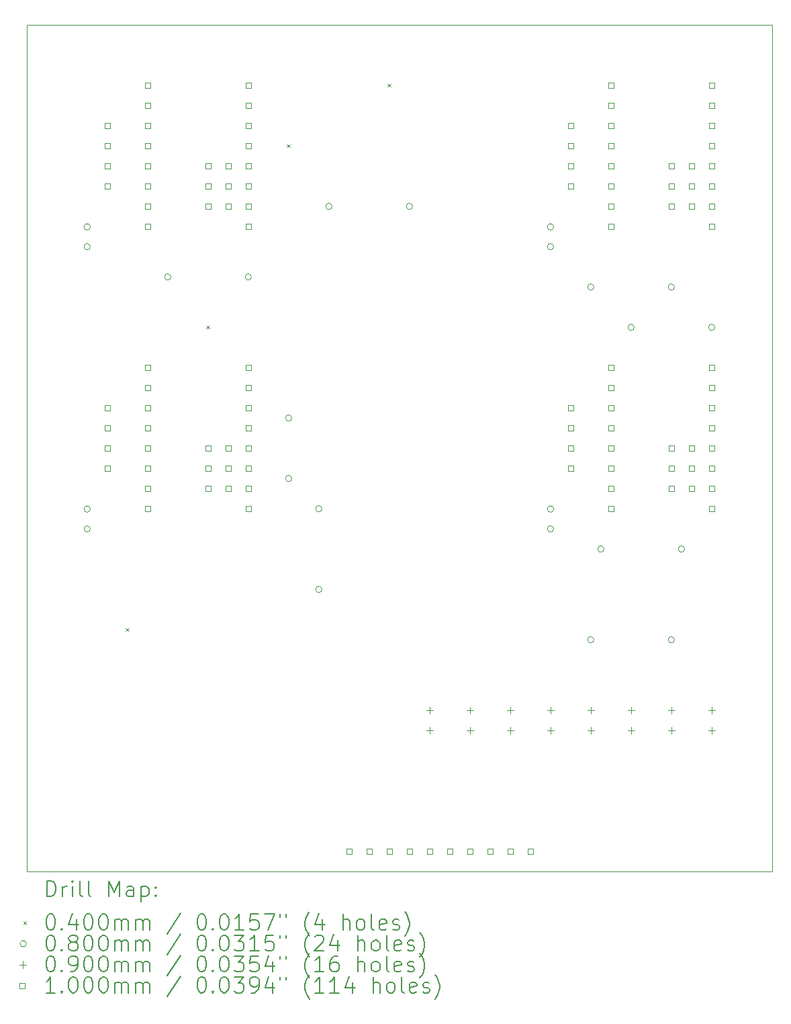
<source format=gbr>
%FSLAX45Y45*%
G04 Gerber Fmt 4.5, Leading zero omitted, Abs format (unit mm)*
G04 Created by KiCad (PCBNEW (6.0.2)) date 2025-01-10 17:32:06*
%MOMM*%
%LPD*%
G01*
G04 APERTURE LIST*
%TA.AperFunction,Profile*%
%ADD10C,0.100000*%
%TD*%
%ADD11C,0.200000*%
%ADD12C,0.040000*%
%ADD13C,0.080000*%
%ADD14C,0.090000*%
%ADD15C,0.100000*%
G04 APERTURE END LIST*
D10*
X7112000Y-5842000D02*
X7112000Y-16510000D01*
X16510000Y-16510000D02*
X16510000Y-5842000D01*
X16510000Y-16510000D02*
X7112000Y-16510000D01*
X16510000Y-5842000D02*
X7112000Y-5842000D01*
D11*
D12*
X8362000Y-13442000D02*
X8402000Y-13482000D01*
X8402000Y-13442000D02*
X8362000Y-13482000D01*
X9378000Y-9632000D02*
X9418000Y-9672000D01*
X9418000Y-9632000D02*
X9378000Y-9672000D01*
X10394000Y-7346000D02*
X10434000Y-7386000D01*
X10434000Y-7346000D02*
X10394000Y-7386000D01*
X11664000Y-6584000D02*
X11704000Y-6624000D01*
X11704000Y-6584000D02*
X11664000Y-6624000D01*
D13*
X7914000Y-8386000D02*
G75*
G03*
X7914000Y-8386000I-40000J0D01*
G01*
X7914000Y-8636000D02*
G75*
G03*
X7914000Y-8636000I-40000J0D01*
G01*
X7914000Y-11942000D02*
G75*
G03*
X7914000Y-11942000I-40000J0D01*
G01*
X7914000Y-12192000D02*
G75*
G03*
X7914000Y-12192000I-40000J0D01*
G01*
X8930000Y-9017000D02*
G75*
G03*
X8930000Y-9017000I-40000J0D01*
G01*
X9946000Y-9017000D02*
G75*
G03*
X9946000Y-9017000I-40000J0D01*
G01*
X10454000Y-10795000D02*
G75*
G03*
X10454000Y-10795000I-40000J0D01*
G01*
X10454000Y-11557000D02*
G75*
G03*
X10454000Y-11557000I-40000J0D01*
G01*
X10835000Y-11938000D02*
G75*
G03*
X10835000Y-11938000I-40000J0D01*
G01*
X10835000Y-12954000D02*
G75*
G03*
X10835000Y-12954000I-40000J0D01*
G01*
X10962000Y-8128000D02*
G75*
G03*
X10962000Y-8128000I-40000J0D01*
G01*
X11978000Y-8128000D02*
G75*
G03*
X11978000Y-8128000I-40000J0D01*
G01*
X13756000Y-8386000D02*
G75*
G03*
X13756000Y-8386000I-40000J0D01*
G01*
X13756000Y-8636000D02*
G75*
G03*
X13756000Y-8636000I-40000J0D01*
G01*
X13756000Y-11942000D02*
G75*
G03*
X13756000Y-11942000I-40000J0D01*
G01*
X13756000Y-12192000D02*
G75*
G03*
X13756000Y-12192000I-40000J0D01*
G01*
X14264000Y-9144000D02*
G75*
G03*
X14264000Y-9144000I-40000J0D01*
G01*
X14264000Y-13589000D02*
G75*
G03*
X14264000Y-13589000I-40000J0D01*
G01*
X14391000Y-12446000D02*
G75*
G03*
X14391000Y-12446000I-40000J0D01*
G01*
X14772000Y-9652000D02*
G75*
G03*
X14772000Y-9652000I-40000J0D01*
G01*
X15280000Y-9144000D02*
G75*
G03*
X15280000Y-9144000I-40000J0D01*
G01*
X15280000Y-13589000D02*
G75*
G03*
X15280000Y-13589000I-40000J0D01*
G01*
X15407000Y-12446000D02*
G75*
G03*
X15407000Y-12446000I-40000J0D01*
G01*
X15788000Y-9652000D02*
G75*
G03*
X15788000Y-9652000I-40000J0D01*
G01*
D14*
X12192000Y-14433000D02*
X12192000Y-14523000D01*
X12147000Y-14478000D02*
X12237000Y-14478000D01*
X12192000Y-14687000D02*
X12192000Y-14777000D01*
X12147000Y-14732000D02*
X12237000Y-14732000D01*
X12700000Y-14433000D02*
X12700000Y-14523000D01*
X12655000Y-14478000D02*
X12745000Y-14478000D01*
X12700000Y-14687000D02*
X12700000Y-14777000D01*
X12655000Y-14732000D02*
X12745000Y-14732000D01*
X13208000Y-14433000D02*
X13208000Y-14523000D01*
X13163000Y-14478000D02*
X13253000Y-14478000D01*
X13208000Y-14687000D02*
X13208000Y-14777000D01*
X13163000Y-14732000D02*
X13253000Y-14732000D01*
X13716000Y-14433000D02*
X13716000Y-14523000D01*
X13671000Y-14478000D02*
X13761000Y-14478000D01*
X13716000Y-14687000D02*
X13716000Y-14777000D01*
X13671000Y-14732000D02*
X13761000Y-14732000D01*
X14224000Y-14433000D02*
X14224000Y-14523000D01*
X14179000Y-14478000D02*
X14269000Y-14478000D01*
X14224000Y-14687000D02*
X14224000Y-14777000D01*
X14179000Y-14732000D02*
X14269000Y-14732000D01*
X14732000Y-14433000D02*
X14732000Y-14523000D01*
X14687000Y-14478000D02*
X14777000Y-14478000D01*
X14732000Y-14687000D02*
X14732000Y-14777000D01*
X14687000Y-14732000D02*
X14777000Y-14732000D01*
X15240000Y-14433000D02*
X15240000Y-14523000D01*
X15195000Y-14478000D02*
X15285000Y-14478000D01*
X15240000Y-14687000D02*
X15240000Y-14777000D01*
X15195000Y-14732000D02*
X15285000Y-14732000D01*
X15748000Y-14433000D02*
X15748000Y-14523000D01*
X15703000Y-14478000D02*
X15793000Y-14478000D01*
X15748000Y-14687000D02*
X15748000Y-14777000D01*
X15703000Y-14732000D02*
X15793000Y-14732000D01*
D15*
X8163356Y-7147356D02*
X8163356Y-7076644D01*
X8092644Y-7076644D01*
X8092644Y-7147356D01*
X8163356Y-7147356D01*
X8163356Y-7401356D02*
X8163356Y-7330644D01*
X8092644Y-7330644D01*
X8092644Y-7401356D01*
X8163356Y-7401356D01*
X8163356Y-7655356D02*
X8163356Y-7584644D01*
X8092644Y-7584644D01*
X8092644Y-7655356D01*
X8163356Y-7655356D01*
X8163356Y-7909356D02*
X8163356Y-7838644D01*
X8092644Y-7838644D01*
X8092644Y-7909356D01*
X8163356Y-7909356D01*
X8163356Y-10703356D02*
X8163356Y-10632644D01*
X8092644Y-10632644D01*
X8092644Y-10703356D01*
X8163356Y-10703356D01*
X8163356Y-10957356D02*
X8163356Y-10886644D01*
X8092644Y-10886644D01*
X8092644Y-10957356D01*
X8163356Y-10957356D01*
X8163356Y-11211356D02*
X8163356Y-11140644D01*
X8092644Y-11140644D01*
X8092644Y-11211356D01*
X8163356Y-11211356D01*
X8163356Y-11465356D02*
X8163356Y-11394644D01*
X8092644Y-11394644D01*
X8092644Y-11465356D01*
X8163356Y-11465356D01*
X8671356Y-6639356D02*
X8671356Y-6568644D01*
X8600644Y-6568644D01*
X8600644Y-6639356D01*
X8671356Y-6639356D01*
X8671356Y-6893356D02*
X8671356Y-6822644D01*
X8600644Y-6822644D01*
X8600644Y-6893356D01*
X8671356Y-6893356D01*
X8671356Y-7147356D02*
X8671356Y-7076644D01*
X8600644Y-7076644D01*
X8600644Y-7147356D01*
X8671356Y-7147356D01*
X8671356Y-7401356D02*
X8671356Y-7330644D01*
X8600644Y-7330644D01*
X8600644Y-7401356D01*
X8671356Y-7401356D01*
X8671356Y-7655356D02*
X8671356Y-7584644D01*
X8600644Y-7584644D01*
X8600644Y-7655356D01*
X8671356Y-7655356D01*
X8671356Y-7909356D02*
X8671356Y-7838644D01*
X8600644Y-7838644D01*
X8600644Y-7909356D01*
X8671356Y-7909356D01*
X8671356Y-8163356D02*
X8671356Y-8092644D01*
X8600644Y-8092644D01*
X8600644Y-8163356D01*
X8671356Y-8163356D01*
X8671356Y-8417356D02*
X8671356Y-8346644D01*
X8600644Y-8346644D01*
X8600644Y-8417356D01*
X8671356Y-8417356D01*
X8671356Y-10195356D02*
X8671356Y-10124644D01*
X8600644Y-10124644D01*
X8600644Y-10195356D01*
X8671356Y-10195356D01*
X8671356Y-10449356D02*
X8671356Y-10378644D01*
X8600644Y-10378644D01*
X8600644Y-10449356D01*
X8671356Y-10449356D01*
X8671356Y-10703356D02*
X8671356Y-10632644D01*
X8600644Y-10632644D01*
X8600644Y-10703356D01*
X8671356Y-10703356D01*
X8671356Y-10957356D02*
X8671356Y-10886644D01*
X8600644Y-10886644D01*
X8600644Y-10957356D01*
X8671356Y-10957356D01*
X8671356Y-11211356D02*
X8671356Y-11140644D01*
X8600644Y-11140644D01*
X8600644Y-11211356D01*
X8671356Y-11211356D01*
X8671356Y-11465356D02*
X8671356Y-11394644D01*
X8600644Y-11394644D01*
X8600644Y-11465356D01*
X8671356Y-11465356D01*
X8671356Y-11719356D02*
X8671356Y-11648644D01*
X8600644Y-11648644D01*
X8600644Y-11719356D01*
X8671356Y-11719356D01*
X8671356Y-11973356D02*
X8671356Y-11902644D01*
X8600644Y-11902644D01*
X8600644Y-11973356D01*
X8671356Y-11973356D01*
X9433356Y-7655356D02*
X9433356Y-7584644D01*
X9362644Y-7584644D01*
X9362644Y-7655356D01*
X9433356Y-7655356D01*
X9433356Y-7909356D02*
X9433356Y-7838644D01*
X9362644Y-7838644D01*
X9362644Y-7909356D01*
X9433356Y-7909356D01*
X9433356Y-8163356D02*
X9433356Y-8092644D01*
X9362644Y-8092644D01*
X9362644Y-8163356D01*
X9433356Y-8163356D01*
X9433356Y-11211356D02*
X9433356Y-11140644D01*
X9362644Y-11140644D01*
X9362644Y-11211356D01*
X9433356Y-11211356D01*
X9433356Y-11465356D02*
X9433356Y-11394644D01*
X9362644Y-11394644D01*
X9362644Y-11465356D01*
X9433356Y-11465356D01*
X9433356Y-11719356D02*
X9433356Y-11648644D01*
X9362644Y-11648644D01*
X9362644Y-11719356D01*
X9433356Y-11719356D01*
X9687356Y-7655356D02*
X9687356Y-7584644D01*
X9616644Y-7584644D01*
X9616644Y-7655356D01*
X9687356Y-7655356D01*
X9687356Y-7909356D02*
X9687356Y-7838644D01*
X9616644Y-7838644D01*
X9616644Y-7909356D01*
X9687356Y-7909356D01*
X9687356Y-8163356D02*
X9687356Y-8092644D01*
X9616644Y-8092644D01*
X9616644Y-8163356D01*
X9687356Y-8163356D01*
X9687356Y-11211356D02*
X9687356Y-11140644D01*
X9616644Y-11140644D01*
X9616644Y-11211356D01*
X9687356Y-11211356D01*
X9687356Y-11465356D02*
X9687356Y-11394644D01*
X9616644Y-11394644D01*
X9616644Y-11465356D01*
X9687356Y-11465356D01*
X9687356Y-11719356D02*
X9687356Y-11648644D01*
X9616644Y-11648644D01*
X9616644Y-11719356D01*
X9687356Y-11719356D01*
X9941356Y-6639356D02*
X9941356Y-6568644D01*
X9870644Y-6568644D01*
X9870644Y-6639356D01*
X9941356Y-6639356D01*
X9941356Y-6893356D02*
X9941356Y-6822644D01*
X9870644Y-6822644D01*
X9870644Y-6893356D01*
X9941356Y-6893356D01*
X9941356Y-7147356D02*
X9941356Y-7076644D01*
X9870644Y-7076644D01*
X9870644Y-7147356D01*
X9941356Y-7147356D01*
X9941356Y-7401356D02*
X9941356Y-7330644D01*
X9870644Y-7330644D01*
X9870644Y-7401356D01*
X9941356Y-7401356D01*
X9941356Y-7655356D02*
X9941356Y-7584644D01*
X9870644Y-7584644D01*
X9870644Y-7655356D01*
X9941356Y-7655356D01*
X9941356Y-7909356D02*
X9941356Y-7838644D01*
X9870644Y-7838644D01*
X9870644Y-7909356D01*
X9941356Y-7909356D01*
X9941356Y-8163356D02*
X9941356Y-8092644D01*
X9870644Y-8092644D01*
X9870644Y-8163356D01*
X9941356Y-8163356D01*
X9941356Y-8417356D02*
X9941356Y-8346644D01*
X9870644Y-8346644D01*
X9870644Y-8417356D01*
X9941356Y-8417356D01*
X9941356Y-10195356D02*
X9941356Y-10124644D01*
X9870644Y-10124644D01*
X9870644Y-10195356D01*
X9941356Y-10195356D01*
X9941356Y-10449356D02*
X9941356Y-10378644D01*
X9870644Y-10378644D01*
X9870644Y-10449356D01*
X9941356Y-10449356D01*
X9941356Y-10703356D02*
X9941356Y-10632644D01*
X9870644Y-10632644D01*
X9870644Y-10703356D01*
X9941356Y-10703356D01*
X9941356Y-10957356D02*
X9941356Y-10886644D01*
X9870644Y-10886644D01*
X9870644Y-10957356D01*
X9941356Y-10957356D01*
X9941356Y-11211356D02*
X9941356Y-11140644D01*
X9870644Y-11140644D01*
X9870644Y-11211356D01*
X9941356Y-11211356D01*
X9941356Y-11465356D02*
X9941356Y-11394644D01*
X9870644Y-11394644D01*
X9870644Y-11465356D01*
X9941356Y-11465356D01*
X9941356Y-11719356D02*
X9941356Y-11648644D01*
X9870644Y-11648644D01*
X9870644Y-11719356D01*
X9941356Y-11719356D01*
X9941356Y-11973356D02*
X9941356Y-11902644D01*
X9870644Y-11902644D01*
X9870644Y-11973356D01*
X9941356Y-11973356D01*
X11211356Y-16291356D02*
X11211356Y-16220644D01*
X11140644Y-16220644D01*
X11140644Y-16291356D01*
X11211356Y-16291356D01*
X11465356Y-16291356D02*
X11465356Y-16220644D01*
X11394644Y-16220644D01*
X11394644Y-16291356D01*
X11465356Y-16291356D01*
X11719356Y-16291356D02*
X11719356Y-16220644D01*
X11648644Y-16220644D01*
X11648644Y-16291356D01*
X11719356Y-16291356D01*
X11973356Y-16291356D02*
X11973356Y-16220644D01*
X11902644Y-16220644D01*
X11902644Y-16291356D01*
X11973356Y-16291356D01*
X12227356Y-16291356D02*
X12227356Y-16220644D01*
X12156644Y-16220644D01*
X12156644Y-16291356D01*
X12227356Y-16291356D01*
X12481356Y-16291356D02*
X12481356Y-16220644D01*
X12410644Y-16220644D01*
X12410644Y-16291356D01*
X12481356Y-16291356D01*
X12735356Y-16291356D02*
X12735356Y-16220644D01*
X12664644Y-16220644D01*
X12664644Y-16291356D01*
X12735356Y-16291356D01*
X12989356Y-16291356D02*
X12989356Y-16220644D01*
X12918644Y-16220644D01*
X12918644Y-16291356D01*
X12989356Y-16291356D01*
X13243356Y-16291356D02*
X13243356Y-16220644D01*
X13172644Y-16220644D01*
X13172644Y-16291356D01*
X13243356Y-16291356D01*
X13497356Y-16291356D02*
X13497356Y-16220644D01*
X13426644Y-16220644D01*
X13426644Y-16291356D01*
X13497356Y-16291356D01*
X14005356Y-7147356D02*
X14005356Y-7076644D01*
X13934644Y-7076644D01*
X13934644Y-7147356D01*
X14005356Y-7147356D01*
X14005356Y-7401356D02*
X14005356Y-7330644D01*
X13934644Y-7330644D01*
X13934644Y-7401356D01*
X14005356Y-7401356D01*
X14005356Y-7655356D02*
X14005356Y-7584644D01*
X13934644Y-7584644D01*
X13934644Y-7655356D01*
X14005356Y-7655356D01*
X14005356Y-7909356D02*
X14005356Y-7838644D01*
X13934644Y-7838644D01*
X13934644Y-7909356D01*
X14005356Y-7909356D01*
X14005356Y-10703356D02*
X14005356Y-10632644D01*
X13934644Y-10632644D01*
X13934644Y-10703356D01*
X14005356Y-10703356D01*
X14005356Y-10957356D02*
X14005356Y-10886644D01*
X13934644Y-10886644D01*
X13934644Y-10957356D01*
X14005356Y-10957356D01*
X14005356Y-11211356D02*
X14005356Y-11140644D01*
X13934644Y-11140644D01*
X13934644Y-11211356D01*
X14005356Y-11211356D01*
X14005356Y-11465356D02*
X14005356Y-11394644D01*
X13934644Y-11394644D01*
X13934644Y-11465356D01*
X14005356Y-11465356D01*
X14513356Y-6639356D02*
X14513356Y-6568644D01*
X14442644Y-6568644D01*
X14442644Y-6639356D01*
X14513356Y-6639356D01*
X14513356Y-6893356D02*
X14513356Y-6822644D01*
X14442644Y-6822644D01*
X14442644Y-6893356D01*
X14513356Y-6893356D01*
X14513356Y-7147356D02*
X14513356Y-7076644D01*
X14442644Y-7076644D01*
X14442644Y-7147356D01*
X14513356Y-7147356D01*
X14513356Y-7401356D02*
X14513356Y-7330644D01*
X14442644Y-7330644D01*
X14442644Y-7401356D01*
X14513356Y-7401356D01*
X14513356Y-7655356D02*
X14513356Y-7584644D01*
X14442644Y-7584644D01*
X14442644Y-7655356D01*
X14513356Y-7655356D01*
X14513356Y-7909356D02*
X14513356Y-7838644D01*
X14442644Y-7838644D01*
X14442644Y-7909356D01*
X14513356Y-7909356D01*
X14513356Y-8163356D02*
X14513356Y-8092644D01*
X14442644Y-8092644D01*
X14442644Y-8163356D01*
X14513356Y-8163356D01*
X14513356Y-8417356D02*
X14513356Y-8346644D01*
X14442644Y-8346644D01*
X14442644Y-8417356D01*
X14513356Y-8417356D01*
X14513356Y-10195356D02*
X14513356Y-10124644D01*
X14442644Y-10124644D01*
X14442644Y-10195356D01*
X14513356Y-10195356D01*
X14513356Y-10449356D02*
X14513356Y-10378644D01*
X14442644Y-10378644D01*
X14442644Y-10449356D01*
X14513356Y-10449356D01*
X14513356Y-10703356D02*
X14513356Y-10632644D01*
X14442644Y-10632644D01*
X14442644Y-10703356D01*
X14513356Y-10703356D01*
X14513356Y-10957356D02*
X14513356Y-10886644D01*
X14442644Y-10886644D01*
X14442644Y-10957356D01*
X14513356Y-10957356D01*
X14513356Y-11211356D02*
X14513356Y-11140644D01*
X14442644Y-11140644D01*
X14442644Y-11211356D01*
X14513356Y-11211356D01*
X14513356Y-11465356D02*
X14513356Y-11394644D01*
X14442644Y-11394644D01*
X14442644Y-11465356D01*
X14513356Y-11465356D01*
X14513356Y-11719356D02*
X14513356Y-11648644D01*
X14442644Y-11648644D01*
X14442644Y-11719356D01*
X14513356Y-11719356D01*
X14513356Y-11973356D02*
X14513356Y-11902644D01*
X14442644Y-11902644D01*
X14442644Y-11973356D01*
X14513356Y-11973356D01*
X15275356Y-7655356D02*
X15275356Y-7584644D01*
X15204644Y-7584644D01*
X15204644Y-7655356D01*
X15275356Y-7655356D01*
X15275356Y-7909356D02*
X15275356Y-7838644D01*
X15204644Y-7838644D01*
X15204644Y-7909356D01*
X15275356Y-7909356D01*
X15275356Y-8163356D02*
X15275356Y-8092644D01*
X15204644Y-8092644D01*
X15204644Y-8163356D01*
X15275356Y-8163356D01*
X15275356Y-11211356D02*
X15275356Y-11140644D01*
X15204644Y-11140644D01*
X15204644Y-11211356D01*
X15275356Y-11211356D01*
X15275356Y-11465356D02*
X15275356Y-11394644D01*
X15204644Y-11394644D01*
X15204644Y-11465356D01*
X15275356Y-11465356D01*
X15275356Y-11719356D02*
X15275356Y-11648644D01*
X15204644Y-11648644D01*
X15204644Y-11719356D01*
X15275356Y-11719356D01*
X15529356Y-7655356D02*
X15529356Y-7584644D01*
X15458644Y-7584644D01*
X15458644Y-7655356D01*
X15529356Y-7655356D01*
X15529356Y-7909356D02*
X15529356Y-7838644D01*
X15458644Y-7838644D01*
X15458644Y-7909356D01*
X15529356Y-7909356D01*
X15529356Y-8163356D02*
X15529356Y-8092644D01*
X15458644Y-8092644D01*
X15458644Y-8163356D01*
X15529356Y-8163356D01*
X15529356Y-11211356D02*
X15529356Y-11140644D01*
X15458644Y-11140644D01*
X15458644Y-11211356D01*
X15529356Y-11211356D01*
X15529356Y-11465356D02*
X15529356Y-11394644D01*
X15458644Y-11394644D01*
X15458644Y-11465356D01*
X15529356Y-11465356D01*
X15529356Y-11719356D02*
X15529356Y-11648644D01*
X15458644Y-11648644D01*
X15458644Y-11719356D01*
X15529356Y-11719356D01*
X15783356Y-6639356D02*
X15783356Y-6568644D01*
X15712644Y-6568644D01*
X15712644Y-6639356D01*
X15783356Y-6639356D01*
X15783356Y-6893356D02*
X15783356Y-6822644D01*
X15712644Y-6822644D01*
X15712644Y-6893356D01*
X15783356Y-6893356D01*
X15783356Y-7147356D02*
X15783356Y-7076644D01*
X15712644Y-7076644D01*
X15712644Y-7147356D01*
X15783356Y-7147356D01*
X15783356Y-7401356D02*
X15783356Y-7330644D01*
X15712644Y-7330644D01*
X15712644Y-7401356D01*
X15783356Y-7401356D01*
X15783356Y-7655356D02*
X15783356Y-7584644D01*
X15712644Y-7584644D01*
X15712644Y-7655356D01*
X15783356Y-7655356D01*
X15783356Y-7909356D02*
X15783356Y-7838644D01*
X15712644Y-7838644D01*
X15712644Y-7909356D01*
X15783356Y-7909356D01*
X15783356Y-8163356D02*
X15783356Y-8092644D01*
X15712644Y-8092644D01*
X15712644Y-8163356D01*
X15783356Y-8163356D01*
X15783356Y-8417356D02*
X15783356Y-8346644D01*
X15712644Y-8346644D01*
X15712644Y-8417356D01*
X15783356Y-8417356D01*
X15783356Y-10195356D02*
X15783356Y-10124644D01*
X15712644Y-10124644D01*
X15712644Y-10195356D01*
X15783356Y-10195356D01*
X15783356Y-10449356D02*
X15783356Y-10378644D01*
X15712644Y-10378644D01*
X15712644Y-10449356D01*
X15783356Y-10449356D01*
X15783356Y-10703356D02*
X15783356Y-10632644D01*
X15712644Y-10632644D01*
X15712644Y-10703356D01*
X15783356Y-10703356D01*
X15783356Y-10957356D02*
X15783356Y-10886644D01*
X15712644Y-10886644D01*
X15712644Y-10957356D01*
X15783356Y-10957356D01*
X15783356Y-11211356D02*
X15783356Y-11140644D01*
X15712644Y-11140644D01*
X15712644Y-11211356D01*
X15783356Y-11211356D01*
X15783356Y-11465356D02*
X15783356Y-11394644D01*
X15712644Y-11394644D01*
X15712644Y-11465356D01*
X15783356Y-11465356D01*
X15783356Y-11719356D02*
X15783356Y-11648644D01*
X15712644Y-11648644D01*
X15712644Y-11719356D01*
X15783356Y-11719356D01*
X15783356Y-11973356D02*
X15783356Y-11902644D01*
X15712644Y-11902644D01*
X15712644Y-11973356D01*
X15783356Y-11973356D01*
D11*
X7364619Y-16825476D02*
X7364619Y-16625476D01*
X7412238Y-16625476D01*
X7440809Y-16635000D01*
X7459857Y-16654048D01*
X7469381Y-16673095D01*
X7478905Y-16711190D01*
X7478905Y-16739762D01*
X7469381Y-16777857D01*
X7459857Y-16796905D01*
X7440809Y-16815952D01*
X7412238Y-16825476D01*
X7364619Y-16825476D01*
X7564619Y-16825476D02*
X7564619Y-16692143D01*
X7564619Y-16730238D02*
X7574143Y-16711190D01*
X7583667Y-16701667D01*
X7602714Y-16692143D01*
X7621762Y-16692143D01*
X7688428Y-16825476D02*
X7688428Y-16692143D01*
X7688428Y-16625476D02*
X7678905Y-16635000D01*
X7688428Y-16644524D01*
X7697952Y-16635000D01*
X7688428Y-16625476D01*
X7688428Y-16644524D01*
X7812238Y-16825476D02*
X7793190Y-16815952D01*
X7783667Y-16796905D01*
X7783667Y-16625476D01*
X7917000Y-16825476D02*
X7897952Y-16815952D01*
X7888428Y-16796905D01*
X7888428Y-16625476D01*
X8145571Y-16825476D02*
X8145571Y-16625476D01*
X8212238Y-16768333D01*
X8278905Y-16625476D01*
X8278905Y-16825476D01*
X8459857Y-16825476D02*
X8459857Y-16720714D01*
X8450333Y-16701667D01*
X8431286Y-16692143D01*
X8393190Y-16692143D01*
X8374143Y-16701667D01*
X8459857Y-16815952D02*
X8440810Y-16825476D01*
X8393190Y-16825476D01*
X8374143Y-16815952D01*
X8364619Y-16796905D01*
X8364619Y-16777857D01*
X8374143Y-16758809D01*
X8393190Y-16749286D01*
X8440810Y-16749286D01*
X8459857Y-16739762D01*
X8555095Y-16692143D02*
X8555095Y-16892143D01*
X8555095Y-16701667D02*
X8574143Y-16692143D01*
X8612238Y-16692143D01*
X8631286Y-16701667D01*
X8640810Y-16711190D01*
X8650333Y-16730238D01*
X8650333Y-16787381D01*
X8640810Y-16806429D01*
X8631286Y-16815952D01*
X8612238Y-16825476D01*
X8574143Y-16825476D01*
X8555095Y-16815952D01*
X8736048Y-16806429D02*
X8745571Y-16815952D01*
X8736048Y-16825476D01*
X8726524Y-16815952D01*
X8736048Y-16806429D01*
X8736048Y-16825476D01*
X8736048Y-16701667D02*
X8745571Y-16711190D01*
X8736048Y-16720714D01*
X8726524Y-16711190D01*
X8736048Y-16701667D01*
X8736048Y-16720714D01*
D12*
X7067000Y-17135000D02*
X7107000Y-17175000D01*
X7107000Y-17135000D02*
X7067000Y-17175000D01*
D11*
X7402714Y-17045476D02*
X7421762Y-17045476D01*
X7440809Y-17055000D01*
X7450333Y-17064524D01*
X7459857Y-17083571D01*
X7469381Y-17121667D01*
X7469381Y-17169286D01*
X7459857Y-17207381D01*
X7450333Y-17226429D01*
X7440809Y-17235952D01*
X7421762Y-17245476D01*
X7402714Y-17245476D01*
X7383667Y-17235952D01*
X7374143Y-17226429D01*
X7364619Y-17207381D01*
X7355095Y-17169286D01*
X7355095Y-17121667D01*
X7364619Y-17083571D01*
X7374143Y-17064524D01*
X7383667Y-17055000D01*
X7402714Y-17045476D01*
X7555095Y-17226429D02*
X7564619Y-17235952D01*
X7555095Y-17245476D01*
X7545571Y-17235952D01*
X7555095Y-17226429D01*
X7555095Y-17245476D01*
X7736048Y-17112143D02*
X7736048Y-17245476D01*
X7688428Y-17035952D02*
X7640809Y-17178810D01*
X7764619Y-17178810D01*
X7878905Y-17045476D02*
X7897952Y-17045476D01*
X7917000Y-17055000D01*
X7926524Y-17064524D01*
X7936048Y-17083571D01*
X7945571Y-17121667D01*
X7945571Y-17169286D01*
X7936048Y-17207381D01*
X7926524Y-17226429D01*
X7917000Y-17235952D01*
X7897952Y-17245476D01*
X7878905Y-17245476D01*
X7859857Y-17235952D01*
X7850333Y-17226429D01*
X7840809Y-17207381D01*
X7831286Y-17169286D01*
X7831286Y-17121667D01*
X7840809Y-17083571D01*
X7850333Y-17064524D01*
X7859857Y-17055000D01*
X7878905Y-17045476D01*
X8069381Y-17045476D02*
X8088428Y-17045476D01*
X8107476Y-17055000D01*
X8117000Y-17064524D01*
X8126524Y-17083571D01*
X8136048Y-17121667D01*
X8136048Y-17169286D01*
X8126524Y-17207381D01*
X8117000Y-17226429D01*
X8107476Y-17235952D01*
X8088428Y-17245476D01*
X8069381Y-17245476D01*
X8050333Y-17235952D01*
X8040809Y-17226429D01*
X8031286Y-17207381D01*
X8021762Y-17169286D01*
X8021762Y-17121667D01*
X8031286Y-17083571D01*
X8040809Y-17064524D01*
X8050333Y-17055000D01*
X8069381Y-17045476D01*
X8221762Y-17245476D02*
X8221762Y-17112143D01*
X8221762Y-17131190D02*
X8231286Y-17121667D01*
X8250333Y-17112143D01*
X8278905Y-17112143D01*
X8297952Y-17121667D01*
X8307476Y-17140714D01*
X8307476Y-17245476D01*
X8307476Y-17140714D02*
X8317000Y-17121667D01*
X8336048Y-17112143D01*
X8364619Y-17112143D01*
X8383667Y-17121667D01*
X8393190Y-17140714D01*
X8393190Y-17245476D01*
X8488429Y-17245476D02*
X8488429Y-17112143D01*
X8488429Y-17131190D02*
X8497952Y-17121667D01*
X8517000Y-17112143D01*
X8545571Y-17112143D01*
X8564619Y-17121667D01*
X8574143Y-17140714D01*
X8574143Y-17245476D01*
X8574143Y-17140714D02*
X8583667Y-17121667D01*
X8602714Y-17112143D01*
X8631286Y-17112143D01*
X8650333Y-17121667D01*
X8659857Y-17140714D01*
X8659857Y-17245476D01*
X9050333Y-17035952D02*
X8878905Y-17293095D01*
X9307476Y-17045476D02*
X9326524Y-17045476D01*
X9345571Y-17055000D01*
X9355095Y-17064524D01*
X9364619Y-17083571D01*
X9374143Y-17121667D01*
X9374143Y-17169286D01*
X9364619Y-17207381D01*
X9355095Y-17226429D01*
X9345571Y-17235952D01*
X9326524Y-17245476D01*
X9307476Y-17245476D01*
X9288429Y-17235952D01*
X9278905Y-17226429D01*
X9269381Y-17207381D01*
X9259857Y-17169286D01*
X9259857Y-17121667D01*
X9269381Y-17083571D01*
X9278905Y-17064524D01*
X9288429Y-17055000D01*
X9307476Y-17045476D01*
X9459857Y-17226429D02*
X9469381Y-17235952D01*
X9459857Y-17245476D01*
X9450333Y-17235952D01*
X9459857Y-17226429D01*
X9459857Y-17245476D01*
X9593190Y-17045476D02*
X9612238Y-17045476D01*
X9631286Y-17055000D01*
X9640810Y-17064524D01*
X9650333Y-17083571D01*
X9659857Y-17121667D01*
X9659857Y-17169286D01*
X9650333Y-17207381D01*
X9640810Y-17226429D01*
X9631286Y-17235952D01*
X9612238Y-17245476D01*
X9593190Y-17245476D01*
X9574143Y-17235952D01*
X9564619Y-17226429D01*
X9555095Y-17207381D01*
X9545571Y-17169286D01*
X9545571Y-17121667D01*
X9555095Y-17083571D01*
X9564619Y-17064524D01*
X9574143Y-17055000D01*
X9593190Y-17045476D01*
X9850333Y-17245476D02*
X9736048Y-17245476D01*
X9793190Y-17245476D02*
X9793190Y-17045476D01*
X9774143Y-17074048D01*
X9755095Y-17093095D01*
X9736048Y-17102619D01*
X10031286Y-17045476D02*
X9936048Y-17045476D01*
X9926524Y-17140714D01*
X9936048Y-17131190D01*
X9955095Y-17121667D01*
X10002714Y-17121667D01*
X10021762Y-17131190D01*
X10031286Y-17140714D01*
X10040810Y-17159762D01*
X10040810Y-17207381D01*
X10031286Y-17226429D01*
X10021762Y-17235952D01*
X10002714Y-17245476D01*
X9955095Y-17245476D01*
X9936048Y-17235952D01*
X9926524Y-17226429D01*
X10107476Y-17045476D02*
X10240810Y-17045476D01*
X10155095Y-17245476D01*
X10307476Y-17045476D02*
X10307476Y-17083571D01*
X10383667Y-17045476D02*
X10383667Y-17083571D01*
X10678905Y-17321667D02*
X10669381Y-17312143D01*
X10650333Y-17283571D01*
X10640810Y-17264524D01*
X10631286Y-17235952D01*
X10621762Y-17188333D01*
X10621762Y-17150238D01*
X10631286Y-17102619D01*
X10640810Y-17074048D01*
X10650333Y-17055000D01*
X10669381Y-17026429D01*
X10678905Y-17016905D01*
X10840810Y-17112143D02*
X10840810Y-17245476D01*
X10793190Y-17035952D02*
X10745571Y-17178810D01*
X10869381Y-17178810D01*
X11097952Y-17245476D02*
X11097952Y-17045476D01*
X11183667Y-17245476D02*
X11183667Y-17140714D01*
X11174143Y-17121667D01*
X11155095Y-17112143D01*
X11126524Y-17112143D01*
X11107476Y-17121667D01*
X11097952Y-17131190D01*
X11307476Y-17245476D02*
X11288428Y-17235952D01*
X11278905Y-17226429D01*
X11269381Y-17207381D01*
X11269381Y-17150238D01*
X11278905Y-17131190D01*
X11288428Y-17121667D01*
X11307476Y-17112143D01*
X11336048Y-17112143D01*
X11355095Y-17121667D01*
X11364619Y-17131190D01*
X11374143Y-17150238D01*
X11374143Y-17207381D01*
X11364619Y-17226429D01*
X11355095Y-17235952D01*
X11336048Y-17245476D01*
X11307476Y-17245476D01*
X11488428Y-17245476D02*
X11469381Y-17235952D01*
X11459857Y-17216905D01*
X11459857Y-17045476D01*
X11640809Y-17235952D02*
X11621762Y-17245476D01*
X11583667Y-17245476D01*
X11564619Y-17235952D01*
X11555095Y-17216905D01*
X11555095Y-17140714D01*
X11564619Y-17121667D01*
X11583667Y-17112143D01*
X11621762Y-17112143D01*
X11640809Y-17121667D01*
X11650333Y-17140714D01*
X11650333Y-17159762D01*
X11555095Y-17178810D01*
X11726524Y-17235952D02*
X11745571Y-17245476D01*
X11783667Y-17245476D01*
X11802714Y-17235952D01*
X11812238Y-17216905D01*
X11812238Y-17207381D01*
X11802714Y-17188333D01*
X11783667Y-17178810D01*
X11755095Y-17178810D01*
X11736048Y-17169286D01*
X11726524Y-17150238D01*
X11726524Y-17140714D01*
X11736048Y-17121667D01*
X11755095Y-17112143D01*
X11783667Y-17112143D01*
X11802714Y-17121667D01*
X11878905Y-17321667D02*
X11888428Y-17312143D01*
X11907476Y-17283571D01*
X11917000Y-17264524D01*
X11926524Y-17235952D01*
X11936048Y-17188333D01*
X11936048Y-17150238D01*
X11926524Y-17102619D01*
X11917000Y-17074048D01*
X11907476Y-17055000D01*
X11888428Y-17026429D01*
X11878905Y-17016905D01*
D13*
X7107000Y-17419000D02*
G75*
G03*
X7107000Y-17419000I-40000J0D01*
G01*
D11*
X7402714Y-17309476D02*
X7421762Y-17309476D01*
X7440809Y-17319000D01*
X7450333Y-17328524D01*
X7459857Y-17347571D01*
X7469381Y-17385667D01*
X7469381Y-17433286D01*
X7459857Y-17471381D01*
X7450333Y-17490429D01*
X7440809Y-17499952D01*
X7421762Y-17509476D01*
X7402714Y-17509476D01*
X7383667Y-17499952D01*
X7374143Y-17490429D01*
X7364619Y-17471381D01*
X7355095Y-17433286D01*
X7355095Y-17385667D01*
X7364619Y-17347571D01*
X7374143Y-17328524D01*
X7383667Y-17319000D01*
X7402714Y-17309476D01*
X7555095Y-17490429D02*
X7564619Y-17499952D01*
X7555095Y-17509476D01*
X7545571Y-17499952D01*
X7555095Y-17490429D01*
X7555095Y-17509476D01*
X7678905Y-17395190D02*
X7659857Y-17385667D01*
X7650333Y-17376143D01*
X7640809Y-17357095D01*
X7640809Y-17347571D01*
X7650333Y-17328524D01*
X7659857Y-17319000D01*
X7678905Y-17309476D01*
X7717000Y-17309476D01*
X7736048Y-17319000D01*
X7745571Y-17328524D01*
X7755095Y-17347571D01*
X7755095Y-17357095D01*
X7745571Y-17376143D01*
X7736048Y-17385667D01*
X7717000Y-17395190D01*
X7678905Y-17395190D01*
X7659857Y-17404714D01*
X7650333Y-17414238D01*
X7640809Y-17433286D01*
X7640809Y-17471381D01*
X7650333Y-17490429D01*
X7659857Y-17499952D01*
X7678905Y-17509476D01*
X7717000Y-17509476D01*
X7736048Y-17499952D01*
X7745571Y-17490429D01*
X7755095Y-17471381D01*
X7755095Y-17433286D01*
X7745571Y-17414238D01*
X7736048Y-17404714D01*
X7717000Y-17395190D01*
X7878905Y-17309476D02*
X7897952Y-17309476D01*
X7917000Y-17319000D01*
X7926524Y-17328524D01*
X7936048Y-17347571D01*
X7945571Y-17385667D01*
X7945571Y-17433286D01*
X7936048Y-17471381D01*
X7926524Y-17490429D01*
X7917000Y-17499952D01*
X7897952Y-17509476D01*
X7878905Y-17509476D01*
X7859857Y-17499952D01*
X7850333Y-17490429D01*
X7840809Y-17471381D01*
X7831286Y-17433286D01*
X7831286Y-17385667D01*
X7840809Y-17347571D01*
X7850333Y-17328524D01*
X7859857Y-17319000D01*
X7878905Y-17309476D01*
X8069381Y-17309476D02*
X8088428Y-17309476D01*
X8107476Y-17319000D01*
X8117000Y-17328524D01*
X8126524Y-17347571D01*
X8136048Y-17385667D01*
X8136048Y-17433286D01*
X8126524Y-17471381D01*
X8117000Y-17490429D01*
X8107476Y-17499952D01*
X8088428Y-17509476D01*
X8069381Y-17509476D01*
X8050333Y-17499952D01*
X8040809Y-17490429D01*
X8031286Y-17471381D01*
X8021762Y-17433286D01*
X8021762Y-17385667D01*
X8031286Y-17347571D01*
X8040809Y-17328524D01*
X8050333Y-17319000D01*
X8069381Y-17309476D01*
X8221762Y-17509476D02*
X8221762Y-17376143D01*
X8221762Y-17395190D02*
X8231286Y-17385667D01*
X8250333Y-17376143D01*
X8278905Y-17376143D01*
X8297952Y-17385667D01*
X8307476Y-17404714D01*
X8307476Y-17509476D01*
X8307476Y-17404714D02*
X8317000Y-17385667D01*
X8336048Y-17376143D01*
X8364619Y-17376143D01*
X8383667Y-17385667D01*
X8393190Y-17404714D01*
X8393190Y-17509476D01*
X8488429Y-17509476D02*
X8488429Y-17376143D01*
X8488429Y-17395190D02*
X8497952Y-17385667D01*
X8517000Y-17376143D01*
X8545571Y-17376143D01*
X8564619Y-17385667D01*
X8574143Y-17404714D01*
X8574143Y-17509476D01*
X8574143Y-17404714D02*
X8583667Y-17385667D01*
X8602714Y-17376143D01*
X8631286Y-17376143D01*
X8650333Y-17385667D01*
X8659857Y-17404714D01*
X8659857Y-17509476D01*
X9050333Y-17299952D02*
X8878905Y-17557095D01*
X9307476Y-17309476D02*
X9326524Y-17309476D01*
X9345571Y-17319000D01*
X9355095Y-17328524D01*
X9364619Y-17347571D01*
X9374143Y-17385667D01*
X9374143Y-17433286D01*
X9364619Y-17471381D01*
X9355095Y-17490429D01*
X9345571Y-17499952D01*
X9326524Y-17509476D01*
X9307476Y-17509476D01*
X9288429Y-17499952D01*
X9278905Y-17490429D01*
X9269381Y-17471381D01*
X9259857Y-17433286D01*
X9259857Y-17385667D01*
X9269381Y-17347571D01*
X9278905Y-17328524D01*
X9288429Y-17319000D01*
X9307476Y-17309476D01*
X9459857Y-17490429D02*
X9469381Y-17499952D01*
X9459857Y-17509476D01*
X9450333Y-17499952D01*
X9459857Y-17490429D01*
X9459857Y-17509476D01*
X9593190Y-17309476D02*
X9612238Y-17309476D01*
X9631286Y-17319000D01*
X9640810Y-17328524D01*
X9650333Y-17347571D01*
X9659857Y-17385667D01*
X9659857Y-17433286D01*
X9650333Y-17471381D01*
X9640810Y-17490429D01*
X9631286Y-17499952D01*
X9612238Y-17509476D01*
X9593190Y-17509476D01*
X9574143Y-17499952D01*
X9564619Y-17490429D01*
X9555095Y-17471381D01*
X9545571Y-17433286D01*
X9545571Y-17385667D01*
X9555095Y-17347571D01*
X9564619Y-17328524D01*
X9574143Y-17319000D01*
X9593190Y-17309476D01*
X9726524Y-17309476D02*
X9850333Y-17309476D01*
X9783667Y-17385667D01*
X9812238Y-17385667D01*
X9831286Y-17395190D01*
X9840810Y-17404714D01*
X9850333Y-17423762D01*
X9850333Y-17471381D01*
X9840810Y-17490429D01*
X9831286Y-17499952D01*
X9812238Y-17509476D01*
X9755095Y-17509476D01*
X9736048Y-17499952D01*
X9726524Y-17490429D01*
X10040810Y-17509476D02*
X9926524Y-17509476D01*
X9983667Y-17509476D02*
X9983667Y-17309476D01*
X9964619Y-17338048D01*
X9945571Y-17357095D01*
X9926524Y-17366619D01*
X10221762Y-17309476D02*
X10126524Y-17309476D01*
X10117000Y-17404714D01*
X10126524Y-17395190D01*
X10145571Y-17385667D01*
X10193190Y-17385667D01*
X10212238Y-17395190D01*
X10221762Y-17404714D01*
X10231286Y-17423762D01*
X10231286Y-17471381D01*
X10221762Y-17490429D01*
X10212238Y-17499952D01*
X10193190Y-17509476D01*
X10145571Y-17509476D01*
X10126524Y-17499952D01*
X10117000Y-17490429D01*
X10307476Y-17309476D02*
X10307476Y-17347571D01*
X10383667Y-17309476D02*
X10383667Y-17347571D01*
X10678905Y-17585667D02*
X10669381Y-17576143D01*
X10650333Y-17547571D01*
X10640810Y-17528524D01*
X10631286Y-17499952D01*
X10621762Y-17452333D01*
X10621762Y-17414238D01*
X10631286Y-17366619D01*
X10640810Y-17338048D01*
X10650333Y-17319000D01*
X10669381Y-17290429D01*
X10678905Y-17280905D01*
X10745571Y-17328524D02*
X10755095Y-17319000D01*
X10774143Y-17309476D01*
X10821762Y-17309476D01*
X10840810Y-17319000D01*
X10850333Y-17328524D01*
X10859857Y-17347571D01*
X10859857Y-17366619D01*
X10850333Y-17395190D01*
X10736048Y-17509476D01*
X10859857Y-17509476D01*
X11031286Y-17376143D02*
X11031286Y-17509476D01*
X10983667Y-17299952D02*
X10936048Y-17442810D01*
X11059857Y-17442810D01*
X11288428Y-17509476D02*
X11288428Y-17309476D01*
X11374143Y-17509476D02*
X11374143Y-17404714D01*
X11364619Y-17385667D01*
X11345571Y-17376143D01*
X11317000Y-17376143D01*
X11297952Y-17385667D01*
X11288428Y-17395190D01*
X11497952Y-17509476D02*
X11478905Y-17499952D01*
X11469381Y-17490429D01*
X11459857Y-17471381D01*
X11459857Y-17414238D01*
X11469381Y-17395190D01*
X11478905Y-17385667D01*
X11497952Y-17376143D01*
X11526524Y-17376143D01*
X11545571Y-17385667D01*
X11555095Y-17395190D01*
X11564619Y-17414238D01*
X11564619Y-17471381D01*
X11555095Y-17490429D01*
X11545571Y-17499952D01*
X11526524Y-17509476D01*
X11497952Y-17509476D01*
X11678905Y-17509476D02*
X11659857Y-17499952D01*
X11650333Y-17480905D01*
X11650333Y-17309476D01*
X11831286Y-17499952D02*
X11812238Y-17509476D01*
X11774143Y-17509476D01*
X11755095Y-17499952D01*
X11745571Y-17480905D01*
X11745571Y-17404714D01*
X11755095Y-17385667D01*
X11774143Y-17376143D01*
X11812238Y-17376143D01*
X11831286Y-17385667D01*
X11840809Y-17404714D01*
X11840809Y-17423762D01*
X11745571Y-17442810D01*
X11917000Y-17499952D02*
X11936048Y-17509476D01*
X11974143Y-17509476D01*
X11993190Y-17499952D01*
X12002714Y-17480905D01*
X12002714Y-17471381D01*
X11993190Y-17452333D01*
X11974143Y-17442810D01*
X11945571Y-17442810D01*
X11926524Y-17433286D01*
X11917000Y-17414238D01*
X11917000Y-17404714D01*
X11926524Y-17385667D01*
X11945571Y-17376143D01*
X11974143Y-17376143D01*
X11993190Y-17385667D01*
X12069381Y-17585667D02*
X12078905Y-17576143D01*
X12097952Y-17547571D01*
X12107476Y-17528524D01*
X12117000Y-17499952D01*
X12126524Y-17452333D01*
X12126524Y-17414238D01*
X12117000Y-17366619D01*
X12107476Y-17338048D01*
X12097952Y-17319000D01*
X12078905Y-17290429D01*
X12069381Y-17280905D01*
D14*
X7062000Y-17638000D02*
X7062000Y-17728000D01*
X7017000Y-17683000D02*
X7107000Y-17683000D01*
D11*
X7402714Y-17573476D02*
X7421762Y-17573476D01*
X7440809Y-17583000D01*
X7450333Y-17592524D01*
X7459857Y-17611571D01*
X7469381Y-17649667D01*
X7469381Y-17697286D01*
X7459857Y-17735381D01*
X7450333Y-17754429D01*
X7440809Y-17763952D01*
X7421762Y-17773476D01*
X7402714Y-17773476D01*
X7383667Y-17763952D01*
X7374143Y-17754429D01*
X7364619Y-17735381D01*
X7355095Y-17697286D01*
X7355095Y-17649667D01*
X7364619Y-17611571D01*
X7374143Y-17592524D01*
X7383667Y-17583000D01*
X7402714Y-17573476D01*
X7555095Y-17754429D02*
X7564619Y-17763952D01*
X7555095Y-17773476D01*
X7545571Y-17763952D01*
X7555095Y-17754429D01*
X7555095Y-17773476D01*
X7659857Y-17773476D02*
X7697952Y-17773476D01*
X7717000Y-17763952D01*
X7726524Y-17754429D01*
X7745571Y-17725857D01*
X7755095Y-17687762D01*
X7755095Y-17611571D01*
X7745571Y-17592524D01*
X7736048Y-17583000D01*
X7717000Y-17573476D01*
X7678905Y-17573476D01*
X7659857Y-17583000D01*
X7650333Y-17592524D01*
X7640809Y-17611571D01*
X7640809Y-17659190D01*
X7650333Y-17678238D01*
X7659857Y-17687762D01*
X7678905Y-17697286D01*
X7717000Y-17697286D01*
X7736048Y-17687762D01*
X7745571Y-17678238D01*
X7755095Y-17659190D01*
X7878905Y-17573476D02*
X7897952Y-17573476D01*
X7917000Y-17583000D01*
X7926524Y-17592524D01*
X7936048Y-17611571D01*
X7945571Y-17649667D01*
X7945571Y-17697286D01*
X7936048Y-17735381D01*
X7926524Y-17754429D01*
X7917000Y-17763952D01*
X7897952Y-17773476D01*
X7878905Y-17773476D01*
X7859857Y-17763952D01*
X7850333Y-17754429D01*
X7840809Y-17735381D01*
X7831286Y-17697286D01*
X7831286Y-17649667D01*
X7840809Y-17611571D01*
X7850333Y-17592524D01*
X7859857Y-17583000D01*
X7878905Y-17573476D01*
X8069381Y-17573476D02*
X8088428Y-17573476D01*
X8107476Y-17583000D01*
X8117000Y-17592524D01*
X8126524Y-17611571D01*
X8136048Y-17649667D01*
X8136048Y-17697286D01*
X8126524Y-17735381D01*
X8117000Y-17754429D01*
X8107476Y-17763952D01*
X8088428Y-17773476D01*
X8069381Y-17773476D01*
X8050333Y-17763952D01*
X8040809Y-17754429D01*
X8031286Y-17735381D01*
X8021762Y-17697286D01*
X8021762Y-17649667D01*
X8031286Y-17611571D01*
X8040809Y-17592524D01*
X8050333Y-17583000D01*
X8069381Y-17573476D01*
X8221762Y-17773476D02*
X8221762Y-17640143D01*
X8221762Y-17659190D02*
X8231286Y-17649667D01*
X8250333Y-17640143D01*
X8278905Y-17640143D01*
X8297952Y-17649667D01*
X8307476Y-17668714D01*
X8307476Y-17773476D01*
X8307476Y-17668714D02*
X8317000Y-17649667D01*
X8336048Y-17640143D01*
X8364619Y-17640143D01*
X8383667Y-17649667D01*
X8393190Y-17668714D01*
X8393190Y-17773476D01*
X8488429Y-17773476D02*
X8488429Y-17640143D01*
X8488429Y-17659190D02*
X8497952Y-17649667D01*
X8517000Y-17640143D01*
X8545571Y-17640143D01*
X8564619Y-17649667D01*
X8574143Y-17668714D01*
X8574143Y-17773476D01*
X8574143Y-17668714D02*
X8583667Y-17649667D01*
X8602714Y-17640143D01*
X8631286Y-17640143D01*
X8650333Y-17649667D01*
X8659857Y-17668714D01*
X8659857Y-17773476D01*
X9050333Y-17563952D02*
X8878905Y-17821095D01*
X9307476Y-17573476D02*
X9326524Y-17573476D01*
X9345571Y-17583000D01*
X9355095Y-17592524D01*
X9364619Y-17611571D01*
X9374143Y-17649667D01*
X9374143Y-17697286D01*
X9364619Y-17735381D01*
X9355095Y-17754429D01*
X9345571Y-17763952D01*
X9326524Y-17773476D01*
X9307476Y-17773476D01*
X9288429Y-17763952D01*
X9278905Y-17754429D01*
X9269381Y-17735381D01*
X9259857Y-17697286D01*
X9259857Y-17649667D01*
X9269381Y-17611571D01*
X9278905Y-17592524D01*
X9288429Y-17583000D01*
X9307476Y-17573476D01*
X9459857Y-17754429D02*
X9469381Y-17763952D01*
X9459857Y-17773476D01*
X9450333Y-17763952D01*
X9459857Y-17754429D01*
X9459857Y-17773476D01*
X9593190Y-17573476D02*
X9612238Y-17573476D01*
X9631286Y-17583000D01*
X9640810Y-17592524D01*
X9650333Y-17611571D01*
X9659857Y-17649667D01*
X9659857Y-17697286D01*
X9650333Y-17735381D01*
X9640810Y-17754429D01*
X9631286Y-17763952D01*
X9612238Y-17773476D01*
X9593190Y-17773476D01*
X9574143Y-17763952D01*
X9564619Y-17754429D01*
X9555095Y-17735381D01*
X9545571Y-17697286D01*
X9545571Y-17649667D01*
X9555095Y-17611571D01*
X9564619Y-17592524D01*
X9574143Y-17583000D01*
X9593190Y-17573476D01*
X9726524Y-17573476D02*
X9850333Y-17573476D01*
X9783667Y-17649667D01*
X9812238Y-17649667D01*
X9831286Y-17659190D01*
X9840810Y-17668714D01*
X9850333Y-17687762D01*
X9850333Y-17735381D01*
X9840810Y-17754429D01*
X9831286Y-17763952D01*
X9812238Y-17773476D01*
X9755095Y-17773476D01*
X9736048Y-17763952D01*
X9726524Y-17754429D01*
X10031286Y-17573476D02*
X9936048Y-17573476D01*
X9926524Y-17668714D01*
X9936048Y-17659190D01*
X9955095Y-17649667D01*
X10002714Y-17649667D01*
X10021762Y-17659190D01*
X10031286Y-17668714D01*
X10040810Y-17687762D01*
X10040810Y-17735381D01*
X10031286Y-17754429D01*
X10021762Y-17763952D01*
X10002714Y-17773476D01*
X9955095Y-17773476D01*
X9936048Y-17763952D01*
X9926524Y-17754429D01*
X10212238Y-17640143D02*
X10212238Y-17773476D01*
X10164619Y-17563952D02*
X10117000Y-17706810D01*
X10240810Y-17706810D01*
X10307476Y-17573476D02*
X10307476Y-17611571D01*
X10383667Y-17573476D02*
X10383667Y-17611571D01*
X10678905Y-17849667D02*
X10669381Y-17840143D01*
X10650333Y-17811571D01*
X10640810Y-17792524D01*
X10631286Y-17763952D01*
X10621762Y-17716333D01*
X10621762Y-17678238D01*
X10631286Y-17630619D01*
X10640810Y-17602048D01*
X10650333Y-17583000D01*
X10669381Y-17554429D01*
X10678905Y-17544905D01*
X10859857Y-17773476D02*
X10745571Y-17773476D01*
X10802714Y-17773476D02*
X10802714Y-17573476D01*
X10783667Y-17602048D01*
X10764619Y-17621095D01*
X10745571Y-17630619D01*
X11031286Y-17573476D02*
X10993190Y-17573476D01*
X10974143Y-17583000D01*
X10964619Y-17592524D01*
X10945571Y-17621095D01*
X10936048Y-17659190D01*
X10936048Y-17735381D01*
X10945571Y-17754429D01*
X10955095Y-17763952D01*
X10974143Y-17773476D01*
X11012238Y-17773476D01*
X11031286Y-17763952D01*
X11040810Y-17754429D01*
X11050333Y-17735381D01*
X11050333Y-17687762D01*
X11040810Y-17668714D01*
X11031286Y-17659190D01*
X11012238Y-17649667D01*
X10974143Y-17649667D01*
X10955095Y-17659190D01*
X10945571Y-17668714D01*
X10936048Y-17687762D01*
X11288428Y-17773476D02*
X11288428Y-17573476D01*
X11374143Y-17773476D02*
X11374143Y-17668714D01*
X11364619Y-17649667D01*
X11345571Y-17640143D01*
X11317000Y-17640143D01*
X11297952Y-17649667D01*
X11288428Y-17659190D01*
X11497952Y-17773476D02*
X11478905Y-17763952D01*
X11469381Y-17754429D01*
X11459857Y-17735381D01*
X11459857Y-17678238D01*
X11469381Y-17659190D01*
X11478905Y-17649667D01*
X11497952Y-17640143D01*
X11526524Y-17640143D01*
X11545571Y-17649667D01*
X11555095Y-17659190D01*
X11564619Y-17678238D01*
X11564619Y-17735381D01*
X11555095Y-17754429D01*
X11545571Y-17763952D01*
X11526524Y-17773476D01*
X11497952Y-17773476D01*
X11678905Y-17773476D02*
X11659857Y-17763952D01*
X11650333Y-17744905D01*
X11650333Y-17573476D01*
X11831286Y-17763952D02*
X11812238Y-17773476D01*
X11774143Y-17773476D01*
X11755095Y-17763952D01*
X11745571Y-17744905D01*
X11745571Y-17668714D01*
X11755095Y-17649667D01*
X11774143Y-17640143D01*
X11812238Y-17640143D01*
X11831286Y-17649667D01*
X11840809Y-17668714D01*
X11840809Y-17687762D01*
X11745571Y-17706810D01*
X11917000Y-17763952D02*
X11936048Y-17773476D01*
X11974143Y-17773476D01*
X11993190Y-17763952D01*
X12002714Y-17744905D01*
X12002714Y-17735381D01*
X11993190Y-17716333D01*
X11974143Y-17706810D01*
X11945571Y-17706810D01*
X11926524Y-17697286D01*
X11917000Y-17678238D01*
X11917000Y-17668714D01*
X11926524Y-17649667D01*
X11945571Y-17640143D01*
X11974143Y-17640143D01*
X11993190Y-17649667D01*
X12069381Y-17849667D02*
X12078905Y-17840143D01*
X12097952Y-17811571D01*
X12107476Y-17792524D01*
X12117000Y-17763952D01*
X12126524Y-17716333D01*
X12126524Y-17678238D01*
X12117000Y-17630619D01*
X12107476Y-17602048D01*
X12097952Y-17583000D01*
X12078905Y-17554429D01*
X12069381Y-17544905D01*
D15*
X7092356Y-17982356D02*
X7092356Y-17911644D01*
X7021644Y-17911644D01*
X7021644Y-17982356D01*
X7092356Y-17982356D01*
D11*
X7469381Y-18037476D02*
X7355095Y-18037476D01*
X7412238Y-18037476D02*
X7412238Y-17837476D01*
X7393190Y-17866048D01*
X7374143Y-17885095D01*
X7355095Y-17894619D01*
X7555095Y-18018429D02*
X7564619Y-18027952D01*
X7555095Y-18037476D01*
X7545571Y-18027952D01*
X7555095Y-18018429D01*
X7555095Y-18037476D01*
X7688428Y-17837476D02*
X7707476Y-17837476D01*
X7726524Y-17847000D01*
X7736048Y-17856524D01*
X7745571Y-17875571D01*
X7755095Y-17913667D01*
X7755095Y-17961286D01*
X7745571Y-17999381D01*
X7736048Y-18018429D01*
X7726524Y-18027952D01*
X7707476Y-18037476D01*
X7688428Y-18037476D01*
X7669381Y-18027952D01*
X7659857Y-18018429D01*
X7650333Y-17999381D01*
X7640809Y-17961286D01*
X7640809Y-17913667D01*
X7650333Y-17875571D01*
X7659857Y-17856524D01*
X7669381Y-17847000D01*
X7688428Y-17837476D01*
X7878905Y-17837476D02*
X7897952Y-17837476D01*
X7917000Y-17847000D01*
X7926524Y-17856524D01*
X7936048Y-17875571D01*
X7945571Y-17913667D01*
X7945571Y-17961286D01*
X7936048Y-17999381D01*
X7926524Y-18018429D01*
X7917000Y-18027952D01*
X7897952Y-18037476D01*
X7878905Y-18037476D01*
X7859857Y-18027952D01*
X7850333Y-18018429D01*
X7840809Y-17999381D01*
X7831286Y-17961286D01*
X7831286Y-17913667D01*
X7840809Y-17875571D01*
X7850333Y-17856524D01*
X7859857Y-17847000D01*
X7878905Y-17837476D01*
X8069381Y-17837476D02*
X8088428Y-17837476D01*
X8107476Y-17847000D01*
X8117000Y-17856524D01*
X8126524Y-17875571D01*
X8136048Y-17913667D01*
X8136048Y-17961286D01*
X8126524Y-17999381D01*
X8117000Y-18018429D01*
X8107476Y-18027952D01*
X8088428Y-18037476D01*
X8069381Y-18037476D01*
X8050333Y-18027952D01*
X8040809Y-18018429D01*
X8031286Y-17999381D01*
X8021762Y-17961286D01*
X8021762Y-17913667D01*
X8031286Y-17875571D01*
X8040809Y-17856524D01*
X8050333Y-17847000D01*
X8069381Y-17837476D01*
X8221762Y-18037476D02*
X8221762Y-17904143D01*
X8221762Y-17923190D02*
X8231286Y-17913667D01*
X8250333Y-17904143D01*
X8278905Y-17904143D01*
X8297952Y-17913667D01*
X8307476Y-17932714D01*
X8307476Y-18037476D01*
X8307476Y-17932714D02*
X8317000Y-17913667D01*
X8336048Y-17904143D01*
X8364619Y-17904143D01*
X8383667Y-17913667D01*
X8393190Y-17932714D01*
X8393190Y-18037476D01*
X8488429Y-18037476D02*
X8488429Y-17904143D01*
X8488429Y-17923190D02*
X8497952Y-17913667D01*
X8517000Y-17904143D01*
X8545571Y-17904143D01*
X8564619Y-17913667D01*
X8574143Y-17932714D01*
X8574143Y-18037476D01*
X8574143Y-17932714D02*
X8583667Y-17913667D01*
X8602714Y-17904143D01*
X8631286Y-17904143D01*
X8650333Y-17913667D01*
X8659857Y-17932714D01*
X8659857Y-18037476D01*
X9050333Y-17827952D02*
X8878905Y-18085095D01*
X9307476Y-17837476D02*
X9326524Y-17837476D01*
X9345571Y-17847000D01*
X9355095Y-17856524D01*
X9364619Y-17875571D01*
X9374143Y-17913667D01*
X9374143Y-17961286D01*
X9364619Y-17999381D01*
X9355095Y-18018429D01*
X9345571Y-18027952D01*
X9326524Y-18037476D01*
X9307476Y-18037476D01*
X9288429Y-18027952D01*
X9278905Y-18018429D01*
X9269381Y-17999381D01*
X9259857Y-17961286D01*
X9259857Y-17913667D01*
X9269381Y-17875571D01*
X9278905Y-17856524D01*
X9288429Y-17847000D01*
X9307476Y-17837476D01*
X9459857Y-18018429D02*
X9469381Y-18027952D01*
X9459857Y-18037476D01*
X9450333Y-18027952D01*
X9459857Y-18018429D01*
X9459857Y-18037476D01*
X9593190Y-17837476D02*
X9612238Y-17837476D01*
X9631286Y-17847000D01*
X9640810Y-17856524D01*
X9650333Y-17875571D01*
X9659857Y-17913667D01*
X9659857Y-17961286D01*
X9650333Y-17999381D01*
X9640810Y-18018429D01*
X9631286Y-18027952D01*
X9612238Y-18037476D01*
X9593190Y-18037476D01*
X9574143Y-18027952D01*
X9564619Y-18018429D01*
X9555095Y-17999381D01*
X9545571Y-17961286D01*
X9545571Y-17913667D01*
X9555095Y-17875571D01*
X9564619Y-17856524D01*
X9574143Y-17847000D01*
X9593190Y-17837476D01*
X9726524Y-17837476D02*
X9850333Y-17837476D01*
X9783667Y-17913667D01*
X9812238Y-17913667D01*
X9831286Y-17923190D01*
X9840810Y-17932714D01*
X9850333Y-17951762D01*
X9850333Y-17999381D01*
X9840810Y-18018429D01*
X9831286Y-18027952D01*
X9812238Y-18037476D01*
X9755095Y-18037476D01*
X9736048Y-18027952D01*
X9726524Y-18018429D01*
X9945571Y-18037476D02*
X9983667Y-18037476D01*
X10002714Y-18027952D01*
X10012238Y-18018429D01*
X10031286Y-17989857D01*
X10040810Y-17951762D01*
X10040810Y-17875571D01*
X10031286Y-17856524D01*
X10021762Y-17847000D01*
X10002714Y-17837476D01*
X9964619Y-17837476D01*
X9945571Y-17847000D01*
X9936048Y-17856524D01*
X9926524Y-17875571D01*
X9926524Y-17923190D01*
X9936048Y-17942238D01*
X9945571Y-17951762D01*
X9964619Y-17961286D01*
X10002714Y-17961286D01*
X10021762Y-17951762D01*
X10031286Y-17942238D01*
X10040810Y-17923190D01*
X10212238Y-17904143D02*
X10212238Y-18037476D01*
X10164619Y-17827952D02*
X10117000Y-17970810D01*
X10240810Y-17970810D01*
X10307476Y-17837476D02*
X10307476Y-17875571D01*
X10383667Y-17837476D02*
X10383667Y-17875571D01*
X10678905Y-18113667D02*
X10669381Y-18104143D01*
X10650333Y-18075571D01*
X10640810Y-18056524D01*
X10631286Y-18027952D01*
X10621762Y-17980333D01*
X10621762Y-17942238D01*
X10631286Y-17894619D01*
X10640810Y-17866048D01*
X10650333Y-17847000D01*
X10669381Y-17818429D01*
X10678905Y-17808905D01*
X10859857Y-18037476D02*
X10745571Y-18037476D01*
X10802714Y-18037476D02*
X10802714Y-17837476D01*
X10783667Y-17866048D01*
X10764619Y-17885095D01*
X10745571Y-17894619D01*
X11050333Y-18037476D02*
X10936048Y-18037476D01*
X10993190Y-18037476D02*
X10993190Y-17837476D01*
X10974143Y-17866048D01*
X10955095Y-17885095D01*
X10936048Y-17894619D01*
X11221762Y-17904143D02*
X11221762Y-18037476D01*
X11174143Y-17827952D02*
X11126524Y-17970810D01*
X11250333Y-17970810D01*
X11478905Y-18037476D02*
X11478905Y-17837476D01*
X11564619Y-18037476D02*
X11564619Y-17932714D01*
X11555095Y-17913667D01*
X11536048Y-17904143D01*
X11507476Y-17904143D01*
X11488428Y-17913667D01*
X11478905Y-17923190D01*
X11688428Y-18037476D02*
X11669381Y-18027952D01*
X11659857Y-18018429D01*
X11650333Y-17999381D01*
X11650333Y-17942238D01*
X11659857Y-17923190D01*
X11669381Y-17913667D01*
X11688428Y-17904143D01*
X11717000Y-17904143D01*
X11736048Y-17913667D01*
X11745571Y-17923190D01*
X11755095Y-17942238D01*
X11755095Y-17999381D01*
X11745571Y-18018429D01*
X11736048Y-18027952D01*
X11717000Y-18037476D01*
X11688428Y-18037476D01*
X11869381Y-18037476D02*
X11850333Y-18027952D01*
X11840809Y-18008905D01*
X11840809Y-17837476D01*
X12021762Y-18027952D02*
X12002714Y-18037476D01*
X11964619Y-18037476D01*
X11945571Y-18027952D01*
X11936048Y-18008905D01*
X11936048Y-17932714D01*
X11945571Y-17913667D01*
X11964619Y-17904143D01*
X12002714Y-17904143D01*
X12021762Y-17913667D01*
X12031286Y-17932714D01*
X12031286Y-17951762D01*
X11936048Y-17970810D01*
X12107476Y-18027952D02*
X12126524Y-18037476D01*
X12164619Y-18037476D01*
X12183667Y-18027952D01*
X12193190Y-18008905D01*
X12193190Y-17999381D01*
X12183667Y-17980333D01*
X12164619Y-17970810D01*
X12136048Y-17970810D01*
X12117000Y-17961286D01*
X12107476Y-17942238D01*
X12107476Y-17932714D01*
X12117000Y-17913667D01*
X12136048Y-17904143D01*
X12164619Y-17904143D01*
X12183667Y-17913667D01*
X12259857Y-18113667D02*
X12269381Y-18104143D01*
X12288428Y-18075571D01*
X12297952Y-18056524D01*
X12307476Y-18027952D01*
X12317000Y-17980333D01*
X12317000Y-17942238D01*
X12307476Y-17894619D01*
X12297952Y-17866048D01*
X12288428Y-17847000D01*
X12269381Y-17818429D01*
X12259857Y-17808905D01*
M02*

</source>
